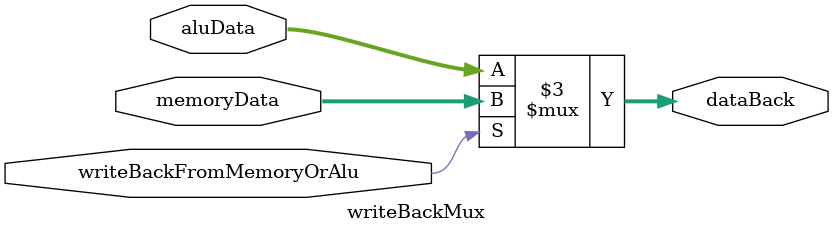
<source format=sv>
module writeBackMux(
    input logic [31:0]  aluData, 
    input logic [31:0]  memoryData, 
    input logic         writeBackFromMemoryOrAlu,
    output logic [31:0] dataBack
);

  always_comb begin
    dataBack = (writeBackFromMemoryOrAlu==1'b0) ? aluData : memoryData;
  end

endmodule
</source>
